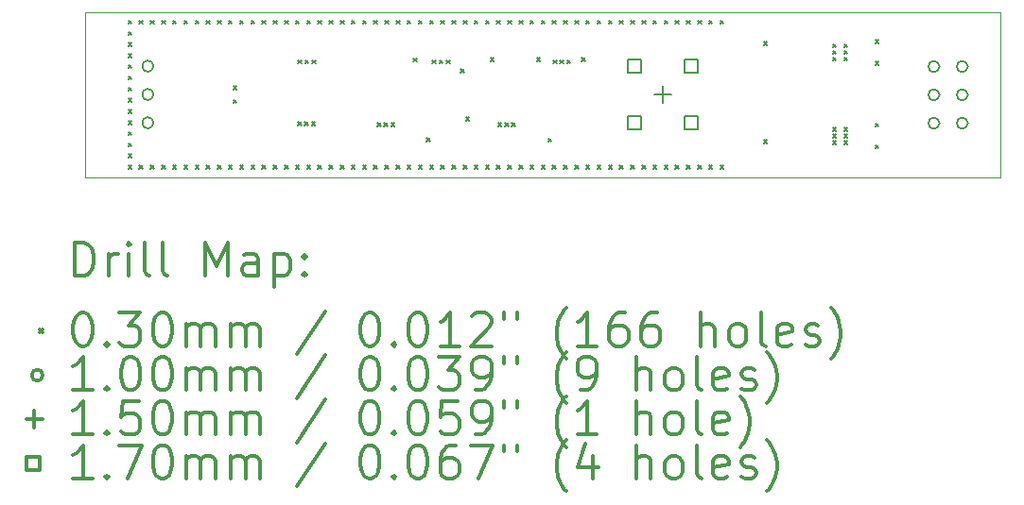
<source format=gbr>
%FSLAX45Y45*%
G04 Gerber Fmt 4.5, Leading zero omitted, Abs format (unit mm)*
G04 Created by KiCad (PCBNEW (5.1.8)-1) date 2021-10-07 20:49:08*
%MOMM*%
%LPD*%
G01*
G04 APERTURE LIST*
%TA.AperFunction,Profile*%
%ADD10C,0.050000*%
%TD*%
%ADD11C,0.200000*%
%ADD12C,0.300000*%
G04 APERTURE END LIST*
D10*
X6830000Y-10690000D02*
X6830000Y-9210000D01*
X15020000Y-10690000D02*
X6830000Y-10690000D01*
X15020000Y-9210000D02*
X6830000Y-9210000D01*
X15020000Y-10690000D02*
X15020000Y-9210000D01*
D11*
X7215000Y-9285000D02*
X7245000Y-9315000D01*
X7245000Y-9285000D02*
X7215000Y-9315000D01*
X7215000Y-9385000D02*
X7245000Y-9415000D01*
X7245000Y-9385000D02*
X7215000Y-9415000D01*
X7215000Y-9485000D02*
X7245000Y-9515000D01*
X7245000Y-9485000D02*
X7215000Y-9515000D01*
X7215000Y-9585000D02*
X7245000Y-9615000D01*
X7245000Y-9585000D02*
X7215000Y-9615000D01*
X7215000Y-9685000D02*
X7245000Y-9715000D01*
X7245000Y-9685000D02*
X7215000Y-9715000D01*
X7215000Y-9785000D02*
X7245000Y-9815000D01*
X7245000Y-9785000D02*
X7215000Y-9815000D01*
X7215000Y-9885000D02*
X7245000Y-9915000D01*
X7245000Y-9885000D02*
X7215000Y-9915000D01*
X7215000Y-9985000D02*
X7245000Y-10015000D01*
X7245000Y-9985000D02*
X7215000Y-10015000D01*
X7215000Y-10085000D02*
X7245000Y-10115000D01*
X7245000Y-10085000D02*
X7215000Y-10115000D01*
X7215000Y-10185000D02*
X7245000Y-10215000D01*
X7245000Y-10185000D02*
X7215000Y-10215000D01*
X7215000Y-10285000D02*
X7245000Y-10315000D01*
X7245000Y-10285000D02*
X7215000Y-10315000D01*
X7215000Y-10385000D02*
X7245000Y-10415000D01*
X7245000Y-10385000D02*
X7215000Y-10415000D01*
X7215000Y-10485000D02*
X7245000Y-10515000D01*
X7245000Y-10485000D02*
X7215000Y-10515000D01*
X7215000Y-10585000D02*
X7245000Y-10615000D01*
X7245000Y-10585000D02*
X7215000Y-10615000D01*
X7315000Y-9285000D02*
X7345000Y-9315000D01*
X7345000Y-9285000D02*
X7315000Y-9315000D01*
X7315000Y-10585000D02*
X7345000Y-10615000D01*
X7345000Y-10585000D02*
X7315000Y-10615000D01*
X7415000Y-9285000D02*
X7445000Y-9315000D01*
X7445000Y-9285000D02*
X7415000Y-9315000D01*
X7415000Y-10585000D02*
X7445000Y-10615000D01*
X7445000Y-10585000D02*
X7415000Y-10615000D01*
X7515000Y-9285000D02*
X7545000Y-9315000D01*
X7545000Y-9285000D02*
X7515000Y-9315000D01*
X7515000Y-10585000D02*
X7545000Y-10615000D01*
X7545000Y-10585000D02*
X7515000Y-10615000D01*
X7615000Y-9285000D02*
X7645000Y-9315000D01*
X7645000Y-9285000D02*
X7615000Y-9315000D01*
X7615000Y-10585000D02*
X7645000Y-10615000D01*
X7645000Y-10585000D02*
X7615000Y-10615000D01*
X7715000Y-9285000D02*
X7745000Y-9315000D01*
X7745000Y-9285000D02*
X7715000Y-9315000D01*
X7715000Y-10585000D02*
X7745000Y-10615000D01*
X7745000Y-10585000D02*
X7715000Y-10615000D01*
X7815000Y-9285000D02*
X7845000Y-9315000D01*
X7845000Y-9285000D02*
X7815000Y-9315000D01*
X7815000Y-10585000D02*
X7845000Y-10615000D01*
X7845000Y-10585000D02*
X7815000Y-10615000D01*
X7915000Y-9285000D02*
X7945000Y-9315000D01*
X7945000Y-9285000D02*
X7915000Y-9315000D01*
X7915000Y-10585000D02*
X7945000Y-10615000D01*
X7945000Y-10585000D02*
X7915000Y-10615000D01*
X8015000Y-9285000D02*
X8045000Y-9315000D01*
X8045000Y-9285000D02*
X8015000Y-9315000D01*
X8015000Y-10585000D02*
X8045000Y-10615000D01*
X8045000Y-10585000D02*
X8015000Y-10615000D01*
X8115000Y-9285000D02*
X8145000Y-9315000D01*
X8145000Y-9285000D02*
X8115000Y-9315000D01*
X8115000Y-10585000D02*
X8145000Y-10615000D01*
X8145000Y-10585000D02*
X8115000Y-10615000D01*
X8155000Y-9873000D02*
X8185000Y-9903000D01*
X8185000Y-9873000D02*
X8155000Y-9903000D01*
X8155000Y-9997000D02*
X8185000Y-10027000D01*
X8185000Y-9997000D02*
X8155000Y-10027000D01*
X8215000Y-9285000D02*
X8245000Y-9315000D01*
X8245000Y-9285000D02*
X8215000Y-9315000D01*
X8215000Y-10585000D02*
X8245000Y-10615000D01*
X8245000Y-10585000D02*
X8215000Y-10615000D01*
X8315000Y-9285000D02*
X8345000Y-9315000D01*
X8345000Y-9285000D02*
X8315000Y-9315000D01*
X8315000Y-10585000D02*
X8345000Y-10615000D01*
X8345000Y-10585000D02*
X8315000Y-10615000D01*
X8415000Y-9285000D02*
X8445000Y-9315000D01*
X8445000Y-9285000D02*
X8415000Y-9315000D01*
X8415000Y-10585000D02*
X8445000Y-10615000D01*
X8445000Y-10585000D02*
X8415000Y-10615000D01*
X8515000Y-9285000D02*
X8545000Y-9315000D01*
X8545000Y-9285000D02*
X8515000Y-9315000D01*
X8515000Y-10585000D02*
X8545000Y-10615000D01*
X8545000Y-10585000D02*
X8515000Y-10615000D01*
X8615000Y-9285000D02*
X8645000Y-9315000D01*
X8645000Y-9285000D02*
X8615000Y-9315000D01*
X8615000Y-10585000D02*
X8645000Y-10615000D01*
X8645000Y-10585000D02*
X8615000Y-10615000D01*
X8715000Y-9285000D02*
X8745000Y-9315000D01*
X8745000Y-9285000D02*
X8715000Y-9315000D01*
X8715000Y-10585000D02*
X8745000Y-10615000D01*
X8745000Y-10585000D02*
X8715000Y-10615000D01*
X8734000Y-10197000D02*
X8764000Y-10227000D01*
X8764000Y-10197000D02*
X8734000Y-10227000D01*
X8737500Y-9642000D02*
X8767500Y-9672000D01*
X8767500Y-9642000D02*
X8737500Y-9672000D01*
X8796000Y-10197000D02*
X8826000Y-10227000D01*
X8826000Y-10197000D02*
X8796000Y-10227000D01*
X8799500Y-9642000D02*
X8829500Y-9672000D01*
X8829500Y-9642000D02*
X8799500Y-9672000D01*
X8815000Y-9285000D02*
X8845000Y-9315000D01*
X8845000Y-9285000D02*
X8815000Y-9315000D01*
X8815000Y-10585000D02*
X8845000Y-10615000D01*
X8845000Y-10585000D02*
X8815000Y-10615000D01*
X8858000Y-10197000D02*
X8888000Y-10227000D01*
X8888000Y-10197000D02*
X8858000Y-10227000D01*
X8861500Y-9642000D02*
X8891500Y-9672000D01*
X8891500Y-9642000D02*
X8861500Y-9672000D01*
X8915000Y-9285000D02*
X8945000Y-9315000D01*
X8945000Y-9285000D02*
X8915000Y-9315000D01*
X8915000Y-10585000D02*
X8945000Y-10615000D01*
X8945000Y-10585000D02*
X8915000Y-10615000D01*
X9015000Y-9285000D02*
X9045000Y-9315000D01*
X9045000Y-9285000D02*
X9015000Y-9315000D01*
X9015000Y-10585000D02*
X9045000Y-10615000D01*
X9045000Y-10585000D02*
X9015000Y-10615000D01*
X9115000Y-9285000D02*
X9145000Y-9315000D01*
X9145000Y-9285000D02*
X9115000Y-9315000D01*
X9115000Y-10585000D02*
X9145000Y-10615000D01*
X9145000Y-10585000D02*
X9115000Y-10615000D01*
X9215000Y-9285000D02*
X9245000Y-9315000D01*
X9245000Y-9285000D02*
X9215000Y-9315000D01*
X9215000Y-10585000D02*
X9245000Y-10615000D01*
X9245000Y-10585000D02*
X9215000Y-10615000D01*
X9315000Y-9285000D02*
X9345000Y-9315000D01*
X9345000Y-9285000D02*
X9315000Y-9315000D01*
X9315000Y-10585000D02*
X9345000Y-10615000D01*
X9345000Y-10585000D02*
X9315000Y-10615000D01*
X9415000Y-9285000D02*
X9445000Y-9315000D01*
X9445000Y-9285000D02*
X9415000Y-9315000D01*
X9415000Y-10585000D02*
X9445000Y-10615000D01*
X9445000Y-10585000D02*
X9415000Y-10615000D01*
X9446000Y-10205000D02*
X9476000Y-10235000D01*
X9476000Y-10205000D02*
X9446000Y-10235000D01*
X9508000Y-10205000D02*
X9538000Y-10235000D01*
X9538000Y-10205000D02*
X9508000Y-10235000D01*
X9515000Y-9285000D02*
X9545000Y-9315000D01*
X9545000Y-9285000D02*
X9515000Y-9315000D01*
X9515000Y-10585000D02*
X9545000Y-10615000D01*
X9545000Y-10585000D02*
X9515000Y-10615000D01*
X9570000Y-10205000D02*
X9600000Y-10235000D01*
X9600000Y-10205000D02*
X9570000Y-10235000D01*
X9615000Y-9285000D02*
X9645000Y-9315000D01*
X9645000Y-9285000D02*
X9615000Y-9315000D01*
X9615000Y-10585000D02*
X9645000Y-10615000D01*
X9645000Y-10585000D02*
X9615000Y-10615000D01*
X9715000Y-9285000D02*
X9745000Y-9315000D01*
X9745000Y-9285000D02*
X9715000Y-9315000D01*
X9715000Y-10585000D02*
X9745000Y-10615000D01*
X9745000Y-10585000D02*
X9715000Y-10615000D01*
X9769000Y-9623000D02*
X9799000Y-9653000D01*
X9799000Y-9623000D02*
X9769000Y-9653000D01*
X9815000Y-9285000D02*
X9845000Y-9315000D01*
X9845000Y-9285000D02*
X9815000Y-9315000D01*
X9815000Y-10585000D02*
X9845000Y-10615000D01*
X9845000Y-10585000D02*
X9815000Y-10615000D01*
X9888000Y-10341000D02*
X9918000Y-10371000D01*
X9918000Y-10341000D02*
X9888000Y-10371000D01*
X9915000Y-9285000D02*
X9945000Y-9315000D01*
X9945000Y-9285000D02*
X9915000Y-9315000D01*
X9915000Y-10585000D02*
X9945000Y-10615000D01*
X9945000Y-10585000D02*
X9915000Y-10615000D01*
X9939000Y-9642000D02*
X9969000Y-9672000D01*
X9969000Y-9642000D02*
X9939000Y-9672000D01*
X10001000Y-9642000D02*
X10031000Y-9672000D01*
X10031000Y-9642000D02*
X10001000Y-9672000D01*
X10015000Y-9285000D02*
X10045000Y-9315000D01*
X10045000Y-9285000D02*
X10015000Y-9315000D01*
X10015000Y-10585000D02*
X10045000Y-10615000D01*
X10045000Y-10585000D02*
X10015000Y-10615000D01*
X10063000Y-9642000D02*
X10093000Y-9672000D01*
X10093000Y-9642000D02*
X10063000Y-9672000D01*
X10115000Y-9285000D02*
X10145000Y-9315000D01*
X10145000Y-9285000D02*
X10115000Y-9315000D01*
X10115000Y-10585000D02*
X10145000Y-10615000D01*
X10145000Y-10585000D02*
X10115000Y-10615000D01*
X10190000Y-9722000D02*
X10220000Y-9752000D01*
X10220000Y-9722000D02*
X10190000Y-9752000D01*
X10215000Y-9285000D02*
X10245000Y-9315000D01*
X10245000Y-9285000D02*
X10215000Y-9315000D01*
X10215000Y-10585000D02*
X10245000Y-10615000D01*
X10245000Y-10585000D02*
X10215000Y-10615000D01*
X10239000Y-10151000D02*
X10269000Y-10181000D01*
X10269000Y-10151000D02*
X10239000Y-10181000D01*
X10315000Y-9285000D02*
X10345000Y-9315000D01*
X10345000Y-9285000D02*
X10315000Y-9315000D01*
X10315000Y-10585000D02*
X10345000Y-10615000D01*
X10345000Y-10585000D02*
X10315000Y-10615000D01*
X10415000Y-9285000D02*
X10445000Y-9315000D01*
X10445000Y-9285000D02*
X10415000Y-9315000D01*
X10415000Y-10585000D02*
X10445000Y-10615000D01*
X10445000Y-10585000D02*
X10415000Y-10615000D01*
X10460000Y-9621000D02*
X10490000Y-9651000D01*
X10490000Y-9621000D02*
X10460000Y-9651000D01*
X10515000Y-9285000D02*
X10545000Y-9315000D01*
X10545000Y-9285000D02*
X10515000Y-9315000D01*
X10515000Y-10585000D02*
X10545000Y-10615000D01*
X10545000Y-10585000D02*
X10515000Y-10615000D01*
X10526000Y-10202000D02*
X10556000Y-10232000D01*
X10556000Y-10202000D02*
X10526000Y-10232000D01*
X10588000Y-10202000D02*
X10618000Y-10232000D01*
X10618000Y-10202000D02*
X10588000Y-10232000D01*
X10615000Y-9285000D02*
X10645000Y-9315000D01*
X10645000Y-9285000D02*
X10615000Y-9315000D01*
X10615000Y-10585000D02*
X10645000Y-10615000D01*
X10645000Y-10585000D02*
X10615000Y-10615000D01*
X10650000Y-10202000D02*
X10680000Y-10232000D01*
X10680000Y-10202000D02*
X10650000Y-10232000D01*
X10715000Y-9285000D02*
X10745000Y-9315000D01*
X10745000Y-9285000D02*
X10715000Y-9315000D01*
X10715000Y-10585000D02*
X10745000Y-10615000D01*
X10745000Y-10585000D02*
X10715000Y-10615000D01*
X10815000Y-9285000D02*
X10845000Y-9315000D01*
X10845000Y-9285000D02*
X10815000Y-9315000D01*
X10815000Y-10585000D02*
X10845000Y-10615000D01*
X10845000Y-10585000D02*
X10815000Y-10615000D01*
X10873000Y-9621000D02*
X10903000Y-9651000D01*
X10903000Y-9621000D02*
X10873000Y-9651000D01*
X10915000Y-9285000D02*
X10945000Y-9315000D01*
X10945000Y-9285000D02*
X10915000Y-9315000D01*
X10915000Y-10585000D02*
X10945000Y-10615000D01*
X10945000Y-10585000D02*
X10915000Y-10615000D01*
X10973000Y-10342000D02*
X11003000Y-10372000D01*
X11003000Y-10342000D02*
X10973000Y-10372000D01*
X11015000Y-9285000D02*
X11045000Y-9315000D01*
X11045000Y-9285000D02*
X11015000Y-9315000D01*
X11015000Y-10585000D02*
X11045000Y-10615000D01*
X11045000Y-10585000D02*
X11015000Y-10615000D01*
X11020000Y-9642000D02*
X11050000Y-9672000D01*
X11050000Y-9642000D02*
X11020000Y-9672000D01*
X11082000Y-9642000D02*
X11112000Y-9672000D01*
X11112000Y-9642000D02*
X11082000Y-9672000D01*
X11115000Y-9285000D02*
X11145000Y-9315000D01*
X11145000Y-9285000D02*
X11115000Y-9315000D01*
X11115000Y-10585000D02*
X11145000Y-10615000D01*
X11145000Y-10585000D02*
X11115000Y-10615000D01*
X11144000Y-9642000D02*
X11174000Y-9672000D01*
X11174000Y-9642000D02*
X11144000Y-9672000D01*
X11215000Y-9285000D02*
X11245000Y-9315000D01*
X11245000Y-9285000D02*
X11215000Y-9315000D01*
X11215000Y-10585000D02*
X11245000Y-10615000D01*
X11245000Y-10585000D02*
X11215000Y-10615000D01*
X11275000Y-9621000D02*
X11305000Y-9651000D01*
X11305000Y-9621000D02*
X11275000Y-9651000D01*
X11315000Y-9285000D02*
X11345000Y-9315000D01*
X11345000Y-9285000D02*
X11315000Y-9315000D01*
X11315000Y-10585000D02*
X11345000Y-10615000D01*
X11345000Y-10585000D02*
X11315000Y-10615000D01*
X11415000Y-9285000D02*
X11445000Y-9315000D01*
X11445000Y-9285000D02*
X11415000Y-9315000D01*
X11415000Y-10585000D02*
X11445000Y-10615000D01*
X11445000Y-10585000D02*
X11415000Y-10615000D01*
X11515000Y-9285000D02*
X11545000Y-9315000D01*
X11545000Y-9285000D02*
X11515000Y-9315000D01*
X11515000Y-10585000D02*
X11545000Y-10615000D01*
X11545000Y-10585000D02*
X11515000Y-10615000D01*
X11615000Y-9285000D02*
X11645000Y-9315000D01*
X11645000Y-9285000D02*
X11615000Y-9315000D01*
X11615000Y-10585000D02*
X11645000Y-10615000D01*
X11645000Y-10585000D02*
X11615000Y-10615000D01*
X11715000Y-9285000D02*
X11745000Y-9315000D01*
X11745000Y-9285000D02*
X11715000Y-9315000D01*
X11715000Y-10585000D02*
X11745000Y-10615000D01*
X11745000Y-10585000D02*
X11715000Y-10615000D01*
X11815000Y-9285000D02*
X11845000Y-9315000D01*
X11845000Y-9285000D02*
X11815000Y-9315000D01*
X11815000Y-10585000D02*
X11845000Y-10615000D01*
X11845000Y-10585000D02*
X11815000Y-10615000D01*
X11915000Y-9285000D02*
X11945000Y-9315000D01*
X11945000Y-9285000D02*
X11915000Y-9315000D01*
X11915000Y-10585000D02*
X11945000Y-10615000D01*
X11945000Y-10585000D02*
X11915000Y-10615000D01*
X12015000Y-9285000D02*
X12045000Y-9315000D01*
X12045000Y-9285000D02*
X12015000Y-9315000D01*
X12015000Y-10585000D02*
X12045000Y-10615000D01*
X12045000Y-10585000D02*
X12015000Y-10615000D01*
X12115000Y-9285000D02*
X12145000Y-9315000D01*
X12145000Y-9285000D02*
X12115000Y-9315000D01*
X12115000Y-10585000D02*
X12145000Y-10615000D01*
X12145000Y-10585000D02*
X12115000Y-10615000D01*
X12215000Y-9285000D02*
X12245000Y-9315000D01*
X12245000Y-9285000D02*
X12215000Y-9315000D01*
X12215000Y-10585000D02*
X12245000Y-10615000D01*
X12245000Y-10585000D02*
X12215000Y-10615000D01*
X12315000Y-9285000D02*
X12345000Y-9315000D01*
X12345000Y-9285000D02*
X12315000Y-9315000D01*
X12315000Y-10585000D02*
X12345000Y-10615000D01*
X12345000Y-10585000D02*
X12315000Y-10615000D01*
X12415000Y-9285000D02*
X12445000Y-9315000D01*
X12445000Y-9285000D02*
X12415000Y-9315000D01*
X12415000Y-10585000D02*
X12445000Y-10615000D01*
X12445000Y-10585000D02*
X12415000Y-10615000D01*
X12515000Y-9285000D02*
X12545000Y-9315000D01*
X12545000Y-9285000D02*
X12515000Y-9315000D01*
X12515000Y-10585000D02*
X12545000Y-10615000D01*
X12545000Y-10585000D02*
X12515000Y-10615000D01*
X12905000Y-9475000D02*
X12935000Y-9505000D01*
X12935000Y-9475000D02*
X12905000Y-9505000D01*
X12905000Y-10355000D02*
X12935000Y-10385000D01*
X12935000Y-10355000D02*
X12905000Y-10385000D01*
X13524000Y-9495000D02*
X13554000Y-9525000D01*
X13554000Y-9495000D02*
X13524000Y-9525000D01*
X13524000Y-10365000D02*
X13554000Y-10395000D01*
X13554000Y-10365000D02*
X13524000Y-10395000D01*
X13524000Y-9555000D02*
X13554000Y-9585000D01*
X13554000Y-9555000D02*
X13524000Y-9585000D01*
X13524000Y-9615000D02*
X13554000Y-9645000D01*
X13554000Y-9615000D02*
X13524000Y-9645000D01*
X13524000Y-10245000D02*
X13554000Y-10275000D01*
X13554000Y-10245000D02*
X13524000Y-10275000D01*
X13524000Y-10305000D02*
X13554000Y-10335000D01*
X13554000Y-10305000D02*
X13524000Y-10335000D01*
X13624000Y-9495000D02*
X13654000Y-9525000D01*
X13654000Y-9495000D02*
X13624000Y-9525000D01*
X13624000Y-9555000D02*
X13654000Y-9585000D01*
X13654000Y-9555000D02*
X13624000Y-9585000D01*
X13624000Y-9615000D02*
X13654000Y-9645000D01*
X13654000Y-9615000D02*
X13624000Y-9645000D01*
X13624000Y-10245000D02*
X13654000Y-10275000D01*
X13654000Y-10245000D02*
X13624000Y-10275000D01*
X13624000Y-10305000D02*
X13654000Y-10335000D01*
X13654000Y-10305000D02*
X13624000Y-10335000D01*
X13624000Y-10365000D02*
X13654000Y-10395000D01*
X13654000Y-10365000D02*
X13624000Y-10395000D01*
X13905000Y-10404000D02*
X13935000Y-10434000D01*
X13935000Y-10404000D02*
X13905000Y-10434000D01*
X13905000Y-9457000D02*
X13935000Y-9487000D01*
X13935000Y-9457000D02*
X13905000Y-9487000D01*
X13905000Y-9653000D02*
X13935000Y-9683000D01*
X13935000Y-9653000D02*
X13905000Y-9683000D01*
X13905000Y-10207000D02*
X13935000Y-10237000D01*
X13935000Y-10207000D02*
X13905000Y-10237000D01*
X7440000Y-9694500D02*
G75*
G03*
X7440000Y-9694500I-50000J0D01*
G01*
X7440000Y-9948500D02*
G75*
G03*
X7440000Y-9948500I-50000J0D01*
G01*
X7440000Y-10202500D02*
G75*
G03*
X7440000Y-10202500I-50000J0D01*
G01*
X14479000Y-9698000D02*
G75*
G03*
X14479000Y-9698000I-50000J0D01*
G01*
X14479000Y-9952000D02*
G75*
G03*
X14479000Y-9952000I-50000J0D01*
G01*
X14479000Y-10206000D02*
G75*
G03*
X14479000Y-10206000I-50000J0D01*
G01*
X14733000Y-9698000D02*
G75*
G03*
X14733000Y-9698000I-50000J0D01*
G01*
X14733000Y-9952000D02*
G75*
G03*
X14733000Y-9952000I-50000J0D01*
G01*
X14733000Y-10206000D02*
G75*
G03*
X14733000Y-10206000I-50000J0D01*
G01*
X12000000Y-9875000D02*
X12000000Y-10025000D01*
X11925000Y-9950000D02*
X12075000Y-9950000D01*
X11806105Y-9756105D02*
X11806105Y-9635895D01*
X11685895Y-9635895D01*
X11685895Y-9756105D01*
X11806105Y-9756105D01*
X11806105Y-10264105D02*
X11806105Y-10143895D01*
X11685895Y-10143895D01*
X11685895Y-10264105D01*
X11806105Y-10264105D01*
X12314105Y-9756105D02*
X12314105Y-9635895D01*
X12193895Y-9635895D01*
X12193895Y-9756105D01*
X12314105Y-9756105D01*
X12314105Y-10264105D02*
X12314105Y-10143895D01*
X12193895Y-10143895D01*
X12193895Y-10264105D01*
X12314105Y-10264105D01*
D12*
X6736428Y-11575714D02*
X6736428Y-11275714D01*
X6807857Y-11275714D01*
X6850714Y-11290000D01*
X6879286Y-11318571D01*
X6893571Y-11347143D01*
X6907857Y-11404286D01*
X6907857Y-11447143D01*
X6893571Y-11504286D01*
X6879286Y-11532857D01*
X6850714Y-11561428D01*
X6807857Y-11575714D01*
X6736428Y-11575714D01*
X7036428Y-11575714D02*
X7036428Y-11375714D01*
X7036428Y-11432857D02*
X7050714Y-11404286D01*
X7065000Y-11390000D01*
X7093571Y-11375714D01*
X7122143Y-11375714D01*
X7222143Y-11575714D02*
X7222143Y-11375714D01*
X7222143Y-11275714D02*
X7207857Y-11290000D01*
X7222143Y-11304286D01*
X7236428Y-11290000D01*
X7222143Y-11275714D01*
X7222143Y-11304286D01*
X7407857Y-11575714D02*
X7379286Y-11561428D01*
X7365000Y-11532857D01*
X7365000Y-11275714D01*
X7565000Y-11575714D02*
X7536428Y-11561428D01*
X7522143Y-11532857D01*
X7522143Y-11275714D01*
X7907857Y-11575714D02*
X7907857Y-11275714D01*
X8007857Y-11490000D01*
X8107857Y-11275714D01*
X8107857Y-11575714D01*
X8379286Y-11575714D02*
X8379286Y-11418571D01*
X8365000Y-11390000D01*
X8336428Y-11375714D01*
X8279286Y-11375714D01*
X8250714Y-11390000D01*
X8379286Y-11561428D02*
X8350714Y-11575714D01*
X8279286Y-11575714D01*
X8250714Y-11561428D01*
X8236428Y-11532857D01*
X8236428Y-11504286D01*
X8250714Y-11475714D01*
X8279286Y-11461428D01*
X8350714Y-11461428D01*
X8379286Y-11447143D01*
X8522143Y-11375714D02*
X8522143Y-11675714D01*
X8522143Y-11390000D02*
X8550714Y-11375714D01*
X8607857Y-11375714D01*
X8636429Y-11390000D01*
X8650714Y-11404286D01*
X8665000Y-11432857D01*
X8665000Y-11518571D01*
X8650714Y-11547143D01*
X8636429Y-11561428D01*
X8607857Y-11575714D01*
X8550714Y-11575714D01*
X8522143Y-11561428D01*
X8793571Y-11547143D02*
X8807857Y-11561428D01*
X8793571Y-11575714D01*
X8779286Y-11561428D01*
X8793571Y-11547143D01*
X8793571Y-11575714D01*
X8793571Y-11390000D02*
X8807857Y-11404286D01*
X8793571Y-11418571D01*
X8779286Y-11404286D01*
X8793571Y-11390000D01*
X8793571Y-11418571D01*
X6420000Y-12055000D02*
X6450000Y-12085000D01*
X6450000Y-12055000D02*
X6420000Y-12085000D01*
X6793571Y-11905714D02*
X6822143Y-11905714D01*
X6850714Y-11920000D01*
X6865000Y-11934286D01*
X6879286Y-11962857D01*
X6893571Y-12020000D01*
X6893571Y-12091428D01*
X6879286Y-12148571D01*
X6865000Y-12177143D01*
X6850714Y-12191428D01*
X6822143Y-12205714D01*
X6793571Y-12205714D01*
X6765000Y-12191428D01*
X6750714Y-12177143D01*
X6736428Y-12148571D01*
X6722143Y-12091428D01*
X6722143Y-12020000D01*
X6736428Y-11962857D01*
X6750714Y-11934286D01*
X6765000Y-11920000D01*
X6793571Y-11905714D01*
X7022143Y-12177143D02*
X7036428Y-12191428D01*
X7022143Y-12205714D01*
X7007857Y-12191428D01*
X7022143Y-12177143D01*
X7022143Y-12205714D01*
X7136428Y-11905714D02*
X7322143Y-11905714D01*
X7222143Y-12020000D01*
X7265000Y-12020000D01*
X7293571Y-12034286D01*
X7307857Y-12048571D01*
X7322143Y-12077143D01*
X7322143Y-12148571D01*
X7307857Y-12177143D01*
X7293571Y-12191428D01*
X7265000Y-12205714D01*
X7179286Y-12205714D01*
X7150714Y-12191428D01*
X7136428Y-12177143D01*
X7507857Y-11905714D02*
X7536428Y-11905714D01*
X7565000Y-11920000D01*
X7579286Y-11934286D01*
X7593571Y-11962857D01*
X7607857Y-12020000D01*
X7607857Y-12091428D01*
X7593571Y-12148571D01*
X7579286Y-12177143D01*
X7565000Y-12191428D01*
X7536428Y-12205714D01*
X7507857Y-12205714D01*
X7479286Y-12191428D01*
X7465000Y-12177143D01*
X7450714Y-12148571D01*
X7436428Y-12091428D01*
X7436428Y-12020000D01*
X7450714Y-11962857D01*
X7465000Y-11934286D01*
X7479286Y-11920000D01*
X7507857Y-11905714D01*
X7736428Y-12205714D02*
X7736428Y-12005714D01*
X7736428Y-12034286D02*
X7750714Y-12020000D01*
X7779286Y-12005714D01*
X7822143Y-12005714D01*
X7850714Y-12020000D01*
X7865000Y-12048571D01*
X7865000Y-12205714D01*
X7865000Y-12048571D02*
X7879286Y-12020000D01*
X7907857Y-12005714D01*
X7950714Y-12005714D01*
X7979286Y-12020000D01*
X7993571Y-12048571D01*
X7993571Y-12205714D01*
X8136428Y-12205714D02*
X8136428Y-12005714D01*
X8136428Y-12034286D02*
X8150714Y-12020000D01*
X8179286Y-12005714D01*
X8222143Y-12005714D01*
X8250714Y-12020000D01*
X8265000Y-12048571D01*
X8265000Y-12205714D01*
X8265000Y-12048571D02*
X8279286Y-12020000D01*
X8307857Y-12005714D01*
X8350714Y-12005714D01*
X8379286Y-12020000D01*
X8393571Y-12048571D01*
X8393571Y-12205714D01*
X8979286Y-11891428D02*
X8722143Y-12277143D01*
X9365000Y-11905714D02*
X9393571Y-11905714D01*
X9422143Y-11920000D01*
X9436429Y-11934286D01*
X9450714Y-11962857D01*
X9465000Y-12020000D01*
X9465000Y-12091428D01*
X9450714Y-12148571D01*
X9436429Y-12177143D01*
X9422143Y-12191428D01*
X9393571Y-12205714D01*
X9365000Y-12205714D01*
X9336429Y-12191428D01*
X9322143Y-12177143D01*
X9307857Y-12148571D01*
X9293571Y-12091428D01*
X9293571Y-12020000D01*
X9307857Y-11962857D01*
X9322143Y-11934286D01*
X9336429Y-11920000D01*
X9365000Y-11905714D01*
X9593571Y-12177143D02*
X9607857Y-12191428D01*
X9593571Y-12205714D01*
X9579286Y-12191428D01*
X9593571Y-12177143D01*
X9593571Y-12205714D01*
X9793571Y-11905714D02*
X9822143Y-11905714D01*
X9850714Y-11920000D01*
X9865000Y-11934286D01*
X9879286Y-11962857D01*
X9893571Y-12020000D01*
X9893571Y-12091428D01*
X9879286Y-12148571D01*
X9865000Y-12177143D01*
X9850714Y-12191428D01*
X9822143Y-12205714D01*
X9793571Y-12205714D01*
X9765000Y-12191428D01*
X9750714Y-12177143D01*
X9736429Y-12148571D01*
X9722143Y-12091428D01*
X9722143Y-12020000D01*
X9736429Y-11962857D01*
X9750714Y-11934286D01*
X9765000Y-11920000D01*
X9793571Y-11905714D01*
X10179286Y-12205714D02*
X10007857Y-12205714D01*
X10093571Y-12205714D02*
X10093571Y-11905714D01*
X10065000Y-11948571D01*
X10036429Y-11977143D01*
X10007857Y-11991428D01*
X10293571Y-11934286D02*
X10307857Y-11920000D01*
X10336429Y-11905714D01*
X10407857Y-11905714D01*
X10436429Y-11920000D01*
X10450714Y-11934286D01*
X10465000Y-11962857D01*
X10465000Y-11991428D01*
X10450714Y-12034286D01*
X10279286Y-12205714D01*
X10465000Y-12205714D01*
X10579286Y-11905714D02*
X10579286Y-11962857D01*
X10693571Y-11905714D02*
X10693571Y-11962857D01*
X11136429Y-12320000D02*
X11122143Y-12305714D01*
X11093571Y-12262857D01*
X11079286Y-12234286D01*
X11065000Y-12191428D01*
X11050714Y-12120000D01*
X11050714Y-12062857D01*
X11065000Y-11991428D01*
X11079286Y-11948571D01*
X11093571Y-11920000D01*
X11122143Y-11877143D01*
X11136429Y-11862857D01*
X11407857Y-12205714D02*
X11236428Y-12205714D01*
X11322143Y-12205714D02*
X11322143Y-11905714D01*
X11293571Y-11948571D01*
X11265000Y-11977143D01*
X11236428Y-11991428D01*
X11665000Y-11905714D02*
X11607857Y-11905714D01*
X11579286Y-11920000D01*
X11565000Y-11934286D01*
X11536428Y-11977143D01*
X11522143Y-12034286D01*
X11522143Y-12148571D01*
X11536428Y-12177143D01*
X11550714Y-12191428D01*
X11579286Y-12205714D01*
X11636428Y-12205714D01*
X11665000Y-12191428D01*
X11679286Y-12177143D01*
X11693571Y-12148571D01*
X11693571Y-12077143D01*
X11679286Y-12048571D01*
X11665000Y-12034286D01*
X11636428Y-12020000D01*
X11579286Y-12020000D01*
X11550714Y-12034286D01*
X11536428Y-12048571D01*
X11522143Y-12077143D01*
X11950714Y-11905714D02*
X11893571Y-11905714D01*
X11865000Y-11920000D01*
X11850714Y-11934286D01*
X11822143Y-11977143D01*
X11807857Y-12034286D01*
X11807857Y-12148571D01*
X11822143Y-12177143D01*
X11836428Y-12191428D01*
X11865000Y-12205714D01*
X11922143Y-12205714D01*
X11950714Y-12191428D01*
X11965000Y-12177143D01*
X11979286Y-12148571D01*
X11979286Y-12077143D01*
X11965000Y-12048571D01*
X11950714Y-12034286D01*
X11922143Y-12020000D01*
X11865000Y-12020000D01*
X11836428Y-12034286D01*
X11822143Y-12048571D01*
X11807857Y-12077143D01*
X12336428Y-12205714D02*
X12336428Y-11905714D01*
X12465000Y-12205714D02*
X12465000Y-12048571D01*
X12450714Y-12020000D01*
X12422143Y-12005714D01*
X12379286Y-12005714D01*
X12350714Y-12020000D01*
X12336428Y-12034286D01*
X12650714Y-12205714D02*
X12622143Y-12191428D01*
X12607857Y-12177143D01*
X12593571Y-12148571D01*
X12593571Y-12062857D01*
X12607857Y-12034286D01*
X12622143Y-12020000D01*
X12650714Y-12005714D01*
X12693571Y-12005714D01*
X12722143Y-12020000D01*
X12736428Y-12034286D01*
X12750714Y-12062857D01*
X12750714Y-12148571D01*
X12736428Y-12177143D01*
X12722143Y-12191428D01*
X12693571Y-12205714D01*
X12650714Y-12205714D01*
X12922143Y-12205714D02*
X12893571Y-12191428D01*
X12879286Y-12162857D01*
X12879286Y-11905714D01*
X13150714Y-12191428D02*
X13122143Y-12205714D01*
X13065000Y-12205714D01*
X13036428Y-12191428D01*
X13022143Y-12162857D01*
X13022143Y-12048571D01*
X13036428Y-12020000D01*
X13065000Y-12005714D01*
X13122143Y-12005714D01*
X13150714Y-12020000D01*
X13165000Y-12048571D01*
X13165000Y-12077143D01*
X13022143Y-12105714D01*
X13279286Y-12191428D02*
X13307857Y-12205714D01*
X13365000Y-12205714D01*
X13393571Y-12191428D01*
X13407857Y-12162857D01*
X13407857Y-12148571D01*
X13393571Y-12120000D01*
X13365000Y-12105714D01*
X13322143Y-12105714D01*
X13293571Y-12091428D01*
X13279286Y-12062857D01*
X13279286Y-12048571D01*
X13293571Y-12020000D01*
X13322143Y-12005714D01*
X13365000Y-12005714D01*
X13393571Y-12020000D01*
X13507857Y-12320000D02*
X13522143Y-12305714D01*
X13550714Y-12262857D01*
X13565000Y-12234286D01*
X13579286Y-12191428D01*
X13593571Y-12120000D01*
X13593571Y-12062857D01*
X13579286Y-11991428D01*
X13565000Y-11948571D01*
X13550714Y-11920000D01*
X13522143Y-11877143D01*
X13507857Y-11862857D01*
X6450000Y-12466000D02*
G75*
G03*
X6450000Y-12466000I-50000J0D01*
G01*
X6893571Y-12601714D02*
X6722143Y-12601714D01*
X6807857Y-12601714D02*
X6807857Y-12301714D01*
X6779286Y-12344571D01*
X6750714Y-12373143D01*
X6722143Y-12387428D01*
X7022143Y-12573143D02*
X7036428Y-12587428D01*
X7022143Y-12601714D01*
X7007857Y-12587428D01*
X7022143Y-12573143D01*
X7022143Y-12601714D01*
X7222143Y-12301714D02*
X7250714Y-12301714D01*
X7279286Y-12316000D01*
X7293571Y-12330286D01*
X7307857Y-12358857D01*
X7322143Y-12416000D01*
X7322143Y-12487428D01*
X7307857Y-12544571D01*
X7293571Y-12573143D01*
X7279286Y-12587428D01*
X7250714Y-12601714D01*
X7222143Y-12601714D01*
X7193571Y-12587428D01*
X7179286Y-12573143D01*
X7165000Y-12544571D01*
X7150714Y-12487428D01*
X7150714Y-12416000D01*
X7165000Y-12358857D01*
X7179286Y-12330286D01*
X7193571Y-12316000D01*
X7222143Y-12301714D01*
X7507857Y-12301714D02*
X7536428Y-12301714D01*
X7565000Y-12316000D01*
X7579286Y-12330286D01*
X7593571Y-12358857D01*
X7607857Y-12416000D01*
X7607857Y-12487428D01*
X7593571Y-12544571D01*
X7579286Y-12573143D01*
X7565000Y-12587428D01*
X7536428Y-12601714D01*
X7507857Y-12601714D01*
X7479286Y-12587428D01*
X7465000Y-12573143D01*
X7450714Y-12544571D01*
X7436428Y-12487428D01*
X7436428Y-12416000D01*
X7450714Y-12358857D01*
X7465000Y-12330286D01*
X7479286Y-12316000D01*
X7507857Y-12301714D01*
X7736428Y-12601714D02*
X7736428Y-12401714D01*
X7736428Y-12430286D02*
X7750714Y-12416000D01*
X7779286Y-12401714D01*
X7822143Y-12401714D01*
X7850714Y-12416000D01*
X7865000Y-12444571D01*
X7865000Y-12601714D01*
X7865000Y-12444571D02*
X7879286Y-12416000D01*
X7907857Y-12401714D01*
X7950714Y-12401714D01*
X7979286Y-12416000D01*
X7993571Y-12444571D01*
X7993571Y-12601714D01*
X8136428Y-12601714D02*
X8136428Y-12401714D01*
X8136428Y-12430286D02*
X8150714Y-12416000D01*
X8179286Y-12401714D01*
X8222143Y-12401714D01*
X8250714Y-12416000D01*
X8265000Y-12444571D01*
X8265000Y-12601714D01*
X8265000Y-12444571D02*
X8279286Y-12416000D01*
X8307857Y-12401714D01*
X8350714Y-12401714D01*
X8379286Y-12416000D01*
X8393571Y-12444571D01*
X8393571Y-12601714D01*
X8979286Y-12287428D02*
X8722143Y-12673143D01*
X9365000Y-12301714D02*
X9393571Y-12301714D01*
X9422143Y-12316000D01*
X9436429Y-12330286D01*
X9450714Y-12358857D01*
X9465000Y-12416000D01*
X9465000Y-12487428D01*
X9450714Y-12544571D01*
X9436429Y-12573143D01*
X9422143Y-12587428D01*
X9393571Y-12601714D01*
X9365000Y-12601714D01*
X9336429Y-12587428D01*
X9322143Y-12573143D01*
X9307857Y-12544571D01*
X9293571Y-12487428D01*
X9293571Y-12416000D01*
X9307857Y-12358857D01*
X9322143Y-12330286D01*
X9336429Y-12316000D01*
X9365000Y-12301714D01*
X9593571Y-12573143D02*
X9607857Y-12587428D01*
X9593571Y-12601714D01*
X9579286Y-12587428D01*
X9593571Y-12573143D01*
X9593571Y-12601714D01*
X9793571Y-12301714D02*
X9822143Y-12301714D01*
X9850714Y-12316000D01*
X9865000Y-12330286D01*
X9879286Y-12358857D01*
X9893571Y-12416000D01*
X9893571Y-12487428D01*
X9879286Y-12544571D01*
X9865000Y-12573143D01*
X9850714Y-12587428D01*
X9822143Y-12601714D01*
X9793571Y-12601714D01*
X9765000Y-12587428D01*
X9750714Y-12573143D01*
X9736429Y-12544571D01*
X9722143Y-12487428D01*
X9722143Y-12416000D01*
X9736429Y-12358857D01*
X9750714Y-12330286D01*
X9765000Y-12316000D01*
X9793571Y-12301714D01*
X9993571Y-12301714D02*
X10179286Y-12301714D01*
X10079286Y-12416000D01*
X10122143Y-12416000D01*
X10150714Y-12430286D01*
X10165000Y-12444571D01*
X10179286Y-12473143D01*
X10179286Y-12544571D01*
X10165000Y-12573143D01*
X10150714Y-12587428D01*
X10122143Y-12601714D01*
X10036429Y-12601714D01*
X10007857Y-12587428D01*
X9993571Y-12573143D01*
X10322143Y-12601714D02*
X10379286Y-12601714D01*
X10407857Y-12587428D01*
X10422143Y-12573143D01*
X10450714Y-12530286D01*
X10465000Y-12473143D01*
X10465000Y-12358857D01*
X10450714Y-12330286D01*
X10436429Y-12316000D01*
X10407857Y-12301714D01*
X10350714Y-12301714D01*
X10322143Y-12316000D01*
X10307857Y-12330286D01*
X10293571Y-12358857D01*
X10293571Y-12430286D01*
X10307857Y-12458857D01*
X10322143Y-12473143D01*
X10350714Y-12487428D01*
X10407857Y-12487428D01*
X10436429Y-12473143D01*
X10450714Y-12458857D01*
X10465000Y-12430286D01*
X10579286Y-12301714D02*
X10579286Y-12358857D01*
X10693571Y-12301714D02*
X10693571Y-12358857D01*
X11136429Y-12716000D02*
X11122143Y-12701714D01*
X11093571Y-12658857D01*
X11079286Y-12630286D01*
X11065000Y-12587428D01*
X11050714Y-12516000D01*
X11050714Y-12458857D01*
X11065000Y-12387428D01*
X11079286Y-12344571D01*
X11093571Y-12316000D01*
X11122143Y-12273143D01*
X11136429Y-12258857D01*
X11265000Y-12601714D02*
X11322143Y-12601714D01*
X11350714Y-12587428D01*
X11365000Y-12573143D01*
X11393571Y-12530286D01*
X11407857Y-12473143D01*
X11407857Y-12358857D01*
X11393571Y-12330286D01*
X11379286Y-12316000D01*
X11350714Y-12301714D01*
X11293571Y-12301714D01*
X11265000Y-12316000D01*
X11250714Y-12330286D01*
X11236428Y-12358857D01*
X11236428Y-12430286D01*
X11250714Y-12458857D01*
X11265000Y-12473143D01*
X11293571Y-12487428D01*
X11350714Y-12487428D01*
X11379286Y-12473143D01*
X11393571Y-12458857D01*
X11407857Y-12430286D01*
X11765000Y-12601714D02*
X11765000Y-12301714D01*
X11893571Y-12601714D02*
X11893571Y-12444571D01*
X11879286Y-12416000D01*
X11850714Y-12401714D01*
X11807857Y-12401714D01*
X11779286Y-12416000D01*
X11765000Y-12430286D01*
X12079286Y-12601714D02*
X12050714Y-12587428D01*
X12036428Y-12573143D01*
X12022143Y-12544571D01*
X12022143Y-12458857D01*
X12036428Y-12430286D01*
X12050714Y-12416000D01*
X12079286Y-12401714D01*
X12122143Y-12401714D01*
X12150714Y-12416000D01*
X12165000Y-12430286D01*
X12179286Y-12458857D01*
X12179286Y-12544571D01*
X12165000Y-12573143D01*
X12150714Y-12587428D01*
X12122143Y-12601714D01*
X12079286Y-12601714D01*
X12350714Y-12601714D02*
X12322143Y-12587428D01*
X12307857Y-12558857D01*
X12307857Y-12301714D01*
X12579286Y-12587428D02*
X12550714Y-12601714D01*
X12493571Y-12601714D01*
X12465000Y-12587428D01*
X12450714Y-12558857D01*
X12450714Y-12444571D01*
X12465000Y-12416000D01*
X12493571Y-12401714D01*
X12550714Y-12401714D01*
X12579286Y-12416000D01*
X12593571Y-12444571D01*
X12593571Y-12473143D01*
X12450714Y-12501714D01*
X12707857Y-12587428D02*
X12736428Y-12601714D01*
X12793571Y-12601714D01*
X12822143Y-12587428D01*
X12836428Y-12558857D01*
X12836428Y-12544571D01*
X12822143Y-12516000D01*
X12793571Y-12501714D01*
X12750714Y-12501714D01*
X12722143Y-12487428D01*
X12707857Y-12458857D01*
X12707857Y-12444571D01*
X12722143Y-12416000D01*
X12750714Y-12401714D01*
X12793571Y-12401714D01*
X12822143Y-12416000D01*
X12936428Y-12716000D02*
X12950714Y-12701714D01*
X12979286Y-12658857D01*
X12993571Y-12630286D01*
X13007857Y-12587428D01*
X13022143Y-12516000D01*
X13022143Y-12458857D01*
X13007857Y-12387428D01*
X12993571Y-12344571D01*
X12979286Y-12316000D01*
X12950714Y-12273143D01*
X12936428Y-12258857D01*
X6375000Y-12787000D02*
X6375000Y-12937000D01*
X6300000Y-12862000D02*
X6450000Y-12862000D01*
X6893571Y-12997714D02*
X6722143Y-12997714D01*
X6807857Y-12997714D02*
X6807857Y-12697714D01*
X6779286Y-12740571D01*
X6750714Y-12769143D01*
X6722143Y-12783428D01*
X7022143Y-12969143D02*
X7036428Y-12983428D01*
X7022143Y-12997714D01*
X7007857Y-12983428D01*
X7022143Y-12969143D01*
X7022143Y-12997714D01*
X7307857Y-12697714D02*
X7165000Y-12697714D01*
X7150714Y-12840571D01*
X7165000Y-12826286D01*
X7193571Y-12812000D01*
X7265000Y-12812000D01*
X7293571Y-12826286D01*
X7307857Y-12840571D01*
X7322143Y-12869143D01*
X7322143Y-12940571D01*
X7307857Y-12969143D01*
X7293571Y-12983428D01*
X7265000Y-12997714D01*
X7193571Y-12997714D01*
X7165000Y-12983428D01*
X7150714Y-12969143D01*
X7507857Y-12697714D02*
X7536428Y-12697714D01*
X7565000Y-12712000D01*
X7579286Y-12726286D01*
X7593571Y-12754857D01*
X7607857Y-12812000D01*
X7607857Y-12883428D01*
X7593571Y-12940571D01*
X7579286Y-12969143D01*
X7565000Y-12983428D01*
X7536428Y-12997714D01*
X7507857Y-12997714D01*
X7479286Y-12983428D01*
X7465000Y-12969143D01*
X7450714Y-12940571D01*
X7436428Y-12883428D01*
X7436428Y-12812000D01*
X7450714Y-12754857D01*
X7465000Y-12726286D01*
X7479286Y-12712000D01*
X7507857Y-12697714D01*
X7736428Y-12997714D02*
X7736428Y-12797714D01*
X7736428Y-12826286D02*
X7750714Y-12812000D01*
X7779286Y-12797714D01*
X7822143Y-12797714D01*
X7850714Y-12812000D01*
X7865000Y-12840571D01*
X7865000Y-12997714D01*
X7865000Y-12840571D02*
X7879286Y-12812000D01*
X7907857Y-12797714D01*
X7950714Y-12797714D01*
X7979286Y-12812000D01*
X7993571Y-12840571D01*
X7993571Y-12997714D01*
X8136428Y-12997714D02*
X8136428Y-12797714D01*
X8136428Y-12826286D02*
X8150714Y-12812000D01*
X8179286Y-12797714D01*
X8222143Y-12797714D01*
X8250714Y-12812000D01*
X8265000Y-12840571D01*
X8265000Y-12997714D01*
X8265000Y-12840571D02*
X8279286Y-12812000D01*
X8307857Y-12797714D01*
X8350714Y-12797714D01*
X8379286Y-12812000D01*
X8393571Y-12840571D01*
X8393571Y-12997714D01*
X8979286Y-12683428D02*
X8722143Y-13069143D01*
X9365000Y-12697714D02*
X9393571Y-12697714D01*
X9422143Y-12712000D01*
X9436429Y-12726286D01*
X9450714Y-12754857D01*
X9465000Y-12812000D01*
X9465000Y-12883428D01*
X9450714Y-12940571D01*
X9436429Y-12969143D01*
X9422143Y-12983428D01*
X9393571Y-12997714D01*
X9365000Y-12997714D01*
X9336429Y-12983428D01*
X9322143Y-12969143D01*
X9307857Y-12940571D01*
X9293571Y-12883428D01*
X9293571Y-12812000D01*
X9307857Y-12754857D01*
X9322143Y-12726286D01*
X9336429Y-12712000D01*
X9365000Y-12697714D01*
X9593571Y-12969143D02*
X9607857Y-12983428D01*
X9593571Y-12997714D01*
X9579286Y-12983428D01*
X9593571Y-12969143D01*
X9593571Y-12997714D01*
X9793571Y-12697714D02*
X9822143Y-12697714D01*
X9850714Y-12712000D01*
X9865000Y-12726286D01*
X9879286Y-12754857D01*
X9893571Y-12812000D01*
X9893571Y-12883428D01*
X9879286Y-12940571D01*
X9865000Y-12969143D01*
X9850714Y-12983428D01*
X9822143Y-12997714D01*
X9793571Y-12997714D01*
X9765000Y-12983428D01*
X9750714Y-12969143D01*
X9736429Y-12940571D01*
X9722143Y-12883428D01*
X9722143Y-12812000D01*
X9736429Y-12754857D01*
X9750714Y-12726286D01*
X9765000Y-12712000D01*
X9793571Y-12697714D01*
X10165000Y-12697714D02*
X10022143Y-12697714D01*
X10007857Y-12840571D01*
X10022143Y-12826286D01*
X10050714Y-12812000D01*
X10122143Y-12812000D01*
X10150714Y-12826286D01*
X10165000Y-12840571D01*
X10179286Y-12869143D01*
X10179286Y-12940571D01*
X10165000Y-12969143D01*
X10150714Y-12983428D01*
X10122143Y-12997714D01*
X10050714Y-12997714D01*
X10022143Y-12983428D01*
X10007857Y-12969143D01*
X10322143Y-12997714D02*
X10379286Y-12997714D01*
X10407857Y-12983428D01*
X10422143Y-12969143D01*
X10450714Y-12926286D01*
X10465000Y-12869143D01*
X10465000Y-12754857D01*
X10450714Y-12726286D01*
X10436429Y-12712000D01*
X10407857Y-12697714D01*
X10350714Y-12697714D01*
X10322143Y-12712000D01*
X10307857Y-12726286D01*
X10293571Y-12754857D01*
X10293571Y-12826286D01*
X10307857Y-12854857D01*
X10322143Y-12869143D01*
X10350714Y-12883428D01*
X10407857Y-12883428D01*
X10436429Y-12869143D01*
X10450714Y-12854857D01*
X10465000Y-12826286D01*
X10579286Y-12697714D02*
X10579286Y-12754857D01*
X10693571Y-12697714D02*
X10693571Y-12754857D01*
X11136429Y-13112000D02*
X11122143Y-13097714D01*
X11093571Y-13054857D01*
X11079286Y-13026286D01*
X11065000Y-12983428D01*
X11050714Y-12912000D01*
X11050714Y-12854857D01*
X11065000Y-12783428D01*
X11079286Y-12740571D01*
X11093571Y-12712000D01*
X11122143Y-12669143D01*
X11136429Y-12654857D01*
X11407857Y-12997714D02*
X11236428Y-12997714D01*
X11322143Y-12997714D02*
X11322143Y-12697714D01*
X11293571Y-12740571D01*
X11265000Y-12769143D01*
X11236428Y-12783428D01*
X11765000Y-12997714D02*
X11765000Y-12697714D01*
X11893571Y-12997714D02*
X11893571Y-12840571D01*
X11879286Y-12812000D01*
X11850714Y-12797714D01*
X11807857Y-12797714D01*
X11779286Y-12812000D01*
X11765000Y-12826286D01*
X12079286Y-12997714D02*
X12050714Y-12983428D01*
X12036428Y-12969143D01*
X12022143Y-12940571D01*
X12022143Y-12854857D01*
X12036428Y-12826286D01*
X12050714Y-12812000D01*
X12079286Y-12797714D01*
X12122143Y-12797714D01*
X12150714Y-12812000D01*
X12165000Y-12826286D01*
X12179286Y-12854857D01*
X12179286Y-12940571D01*
X12165000Y-12969143D01*
X12150714Y-12983428D01*
X12122143Y-12997714D01*
X12079286Y-12997714D01*
X12350714Y-12997714D02*
X12322143Y-12983428D01*
X12307857Y-12954857D01*
X12307857Y-12697714D01*
X12579286Y-12983428D02*
X12550714Y-12997714D01*
X12493571Y-12997714D01*
X12465000Y-12983428D01*
X12450714Y-12954857D01*
X12450714Y-12840571D01*
X12465000Y-12812000D01*
X12493571Y-12797714D01*
X12550714Y-12797714D01*
X12579286Y-12812000D01*
X12593571Y-12840571D01*
X12593571Y-12869143D01*
X12450714Y-12897714D01*
X12693571Y-13112000D02*
X12707857Y-13097714D01*
X12736428Y-13054857D01*
X12750714Y-13026286D01*
X12765000Y-12983428D01*
X12779286Y-12912000D01*
X12779286Y-12854857D01*
X12765000Y-12783428D01*
X12750714Y-12740571D01*
X12736428Y-12712000D01*
X12707857Y-12669143D01*
X12693571Y-12654857D01*
X6425105Y-13318105D02*
X6425105Y-13197895D01*
X6304895Y-13197895D01*
X6304895Y-13318105D01*
X6425105Y-13318105D01*
X6893571Y-13393714D02*
X6722143Y-13393714D01*
X6807857Y-13393714D02*
X6807857Y-13093714D01*
X6779286Y-13136571D01*
X6750714Y-13165143D01*
X6722143Y-13179428D01*
X7022143Y-13365143D02*
X7036428Y-13379428D01*
X7022143Y-13393714D01*
X7007857Y-13379428D01*
X7022143Y-13365143D01*
X7022143Y-13393714D01*
X7136428Y-13093714D02*
X7336428Y-13093714D01*
X7207857Y-13393714D01*
X7507857Y-13093714D02*
X7536428Y-13093714D01*
X7565000Y-13108000D01*
X7579286Y-13122286D01*
X7593571Y-13150857D01*
X7607857Y-13208000D01*
X7607857Y-13279428D01*
X7593571Y-13336571D01*
X7579286Y-13365143D01*
X7565000Y-13379428D01*
X7536428Y-13393714D01*
X7507857Y-13393714D01*
X7479286Y-13379428D01*
X7465000Y-13365143D01*
X7450714Y-13336571D01*
X7436428Y-13279428D01*
X7436428Y-13208000D01*
X7450714Y-13150857D01*
X7465000Y-13122286D01*
X7479286Y-13108000D01*
X7507857Y-13093714D01*
X7736428Y-13393714D02*
X7736428Y-13193714D01*
X7736428Y-13222286D02*
X7750714Y-13208000D01*
X7779286Y-13193714D01*
X7822143Y-13193714D01*
X7850714Y-13208000D01*
X7865000Y-13236571D01*
X7865000Y-13393714D01*
X7865000Y-13236571D02*
X7879286Y-13208000D01*
X7907857Y-13193714D01*
X7950714Y-13193714D01*
X7979286Y-13208000D01*
X7993571Y-13236571D01*
X7993571Y-13393714D01*
X8136428Y-13393714D02*
X8136428Y-13193714D01*
X8136428Y-13222286D02*
X8150714Y-13208000D01*
X8179286Y-13193714D01*
X8222143Y-13193714D01*
X8250714Y-13208000D01*
X8265000Y-13236571D01*
X8265000Y-13393714D01*
X8265000Y-13236571D02*
X8279286Y-13208000D01*
X8307857Y-13193714D01*
X8350714Y-13193714D01*
X8379286Y-13208000D01*
X8393571Y-13236571D01*
X8393571Y-13393714D01*
X8979286Y-13079428D02*
X8722143Y-13465143D01*
X9365000Y-13093714D02*
X9393571Y-13093714D01*
X9422143Y-13108000D01*
X9436429Y-13122286D01*
X9450714Y-13150857D01*
X9465000Y-13208000D01*
X9465000Y-13279428D01*
X9450714Y-13336571D01*
X9436429Y-13365143D01*
X9422143Y-13379428D01*
X9393571Y-13393714D01*
X9365000Y-13393714D01*
X9336429Y-13379428D01*
X9322143Y-13365143D01*
X9307857Y-13336571D01*
X9293571Y-13279428D01*
X9293571Y-13208000D01*
X9307857Y-13150857D01*
X9322143Y-13122286D01*
X9336429Y-13108000D01*
X9365000Y-13093714D01*
X9593571Y-13365143D02*
X9607857Y-13379428D01*
X9593571Y-13393714D01*
X9579286Y-13379428D01*
X9593571Y-13365143D01*
X9593571Y-13393714D01*
X9793571Y-13093714D02*
X9822143Y-13093714D01*
X9850714Y-13108000D01*
X9865000Y-13122286D01*
X9879286Y-13150857D01*
X9893571Y-13208000D01*
X9893571Y-13279428D01*
X9879286Y-13336571D01*
X9865000Y-13365143D01*
X9850714Y-13379428D01*
X9822143Y-13393714D01*
X9793571Y-13393714D01*
X9765000Y-13379428D01*
X9750714Y-13365143D01*
X9736429Y-13336571D01*
X9722143Y-13279428D01*
X9722143Y-13208000D01*
X9736429Y-13150857D01*
X9750714Y-13122286D01*
X9765000Y-13108000D01*
X9793571Y-13093714D01*
X10150714Y-13093714D02*
X10093571Y-13093714D01*
X10065000Y-13108000D01*
X10050714Y-13122286D01*
X10022143Y-13165143D01*
X10007857Y-13222286D01*
X10007857Y-13336571D01*
X10022143Y-13365143D01*
X10036429Y-13379428D01*
X10065000Y-13393714D01*
X10122143Y-13393714D01*
X10150714Y-13379428D01*
X10165000Y-13365143D01*
X10179286Y-13336571D01*
X10179286Y-13265143D01*
X10165000Y-13236571D01*
X10150714Y-13222286D01*
X10122143Y-13208000D01*
X10065000Y-13208000D01*
X10036429Y-13222286D01*
X10022143Y-13236571D01*
X10007857Y-13265143D01*
X10279286Y-13093714D02*
X10479286Y-13093714D01*
X10350714Y-13393714D01*
X10579286Y-13093714D02*
X10579286Y-13150857D01*
X10693571Y-13093714D02*
X10693571Y-13150857D01*
X11136429Y-13508000D02*
X11122143Y-13493714D01*
X11093571Y-13450857D01*
X11079286Y-13422286D01*
X11065000Y-13379428D01*
X11050714Y-13308000D01*
X11050714Y-13250857D01*
X11065000Y-13179428D01*
X11079286Y-13136571D01*
X11093571Y-13108000D01*
X11122143Y-13065143D01*
X11136429Y-13050857D01*
X11379286Y-13193714D02*
X11379286Y-13393714D01*
X11307857Y-13079428D02*
X11236428Y-13293714D01*
X11422143Y-13293714D01*
X11765000Y-13393714D02*
X11765000Y-13093714D01*
X11893571Y-13393714D02*
X11893571Y-13236571D01*
X11879286Y-13208000D01*
X11850714Y-13193714D01*
X11807857Y-13193714D01*
X11779286Y-13208000D01*
X11765000Y-13222286D01*
X12079286Y-13393714D02*
X12050714Y-13379428D01*
X12036428Y-13365143D01*
X12022143Y-13336571D01*
X12022143Y-13250857D01*
X12036428Y-13222286D01*
X12050714Y-13208000D01*
X12079286Y-13193714D01*
X12122143Y-13193714D01*
X12150714Y-13208000D01*
X12165000Y-13222286D01*
X12179286Y-13250857D01*
X12179286Y-13336571D01*
X12165000Y-13365143D01*
X12150714Y-13379428D01*
X12122143Y-13393714D01*
X12079286Y-13393714D01*
X12350714Y-13393714D02*
X12322143Y-13379428D01*
X12307857Y-13350857D01*
X12307857Y-13093714D01*
X12579286Y-13379428D02*
X12550714Y-13393714D01*
X12493571Y-13393714D01*
X12465000Y-13379428D01*
X12450714Y-13350857D01*
X12450714Y-13236571D01*
X12465000Y-13208000D01*
X12493571Y-13193714D01*
X12550714Y-13193714D01*
X12579286Y-13208000D01*
X12593571Y-13236571D01*
X12593571Y-13265143D01*
X12450714Y-13293714D01*
X12707857Y-13379428D02*
X12736428Y-13393714D01*
X12793571Y-13393714D01*
X12822143Y-13379428D01*
X12836428Y-13350857D01*
X12836428Y-13336571D01*
X12822143Y-13308000D01*
X12793571Y-13293714D01*
X12750714Y-13293714D01*
X12722143Y-13279428D01*
X12707857Y-13250857D01*
X12707857Y-13236571D01*
X12722143Y-13208000D01*
X12750714Y-13193714D01*
X12793571Y-13193714D01*
X12822143Y-13208000D01*
X12936428Y-13508000D02*
X12950714Y-13493714D01*
X12979286Y-13450857D01*
X12993571Y-13422286D01*
X13007857Y-13379428D01*
X13022143Y-13308000D01*
X13022143Y-13250857D01*
X13007857Y-13179428D01*
X12993571Y-13136571D01*
X12979286Y-13108000D01*
X12950714Y-13065143D01*
X12936428Y-13050857D01*
M02*

</source>
